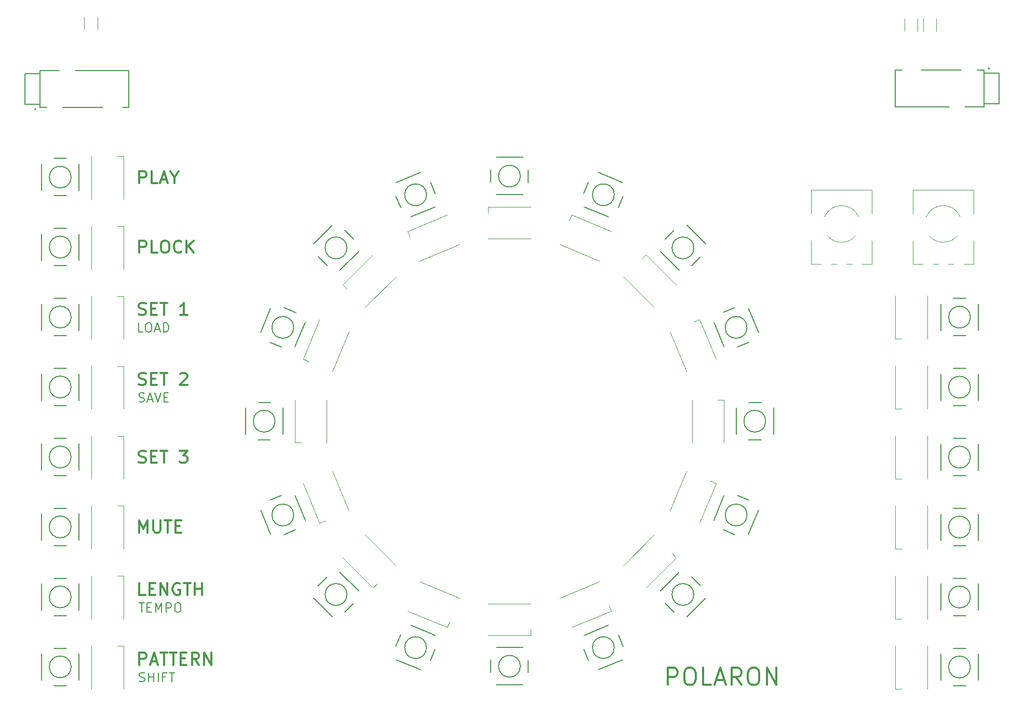
<source format=gto>
G04 #@! TF.FileFunction,Legend,Top*
%FSLAX46Y46*%
G04 Gerber Fmt 4.6, Leading zero omitted, Abs format (unit mm)*
G04 Created by KiCad (PCBNEW 4.0.6) date 2019 June 20, Thursday 16:13:16*
%MOMM*%
%LPD*%
G01*
G04 APERTURE LIST*
%ADD10C,0.100000*%
%ADD11C,0.150000*%
%ADD12C,0.300000*%
%ADD13C,0.120000*%
%ADD14C,0.127000*%
%ADD15C,0.200000*%
%ADD16C,0.203200*%
G04 APERTURE END LIST*
D10*
D11*
X85451914Y-146326943D02*
X85666200Y-146398371D01*
X86023343Y-146398371D01*
X86166200Y-146326943D01*
X86237629Y-146255514D01*
X86309057Y-146112657D01*
X86309057Y-145969800D01*
X86237629Y-145826943D01*
X86166200Y-145755514D01*
X86023343Y-145684086D01*
X85737629Y-145612657D01*
X85594771Y-145541229D01*
X85523343Y-145469800D01*
X85451914Y-145326943D01*
X85451914Y-145184086D01*
X85523343Y-145041229D01*
X85594771Y-144969800D01*
X85737629Y-144898371D01*
X86094771Y-144898371D01*
X86309057Y-144969800D01*
X86951914Y-146398371D02*
X86951914Y-144898371D01*
X86951914Y-145612657D02*
X87809057Y-145612657D01*
X87809057Y-146398371D02*
X87809057Y-144898371D01*
X88523343Y-146398371D02*
X88523343Y-144898371D01*
X89737629Y-145612657D02*
X89237629Y-145612657D01*
X89237629Y-146398371D02*
X89237629Y-144898371D01*
X89951915Y-144898371D01*
X90309057Y-144898371D02*
X91166200Y-144898371D01*
X90737629Y-146398371D02*
X90737629Y-144898371D01*
D12*
X85451890Y-143640062D02*
X85451890Y-141640062D01*
X86213795Y-141640062D01*
X86404271Y-141735300D01*
X86499510Y-141830538D01*
X86594748Y-142021014D01*
X86594748Y-142306729D01*
X86499510Y-142497205D01*
X86404271Y-142592443D01*
X86213795Y-142687681D01*
X85451890Y-142687681D01*
X87356652Y-143068633D02*
X88309033Y-143068633D01*
X87166176Y-143640062D02*
X87832843Y-141640062D01*
X88499510Y-143640062D01*
X88880462Y-141640062D02*
X90023319Y-141640062D01*
X89451891Y-143640062D02*
X89451891Y-141640062D01*
X90404272Y-141640062D02*
X91547129Y-141640062D01*
X90975701Y-143640062D02*
X90975701Y-141640062D01*
X92213796Y-142592443D02*
X92880463Y-142592443D01*
X93166177Y-143640062D02*
X92213796Y-143640062D01*
X92213796Y-141640062D01*
X93166177Y-141640062D01*
X95166178Y-143640062D02*
X94499511Y-142687681D01*
X94023320Y-143640062D02*
X94023320Y-141640062D01*
X94785225Y-141640062D01*
X94975701Y-141735300D01*
X95070940Y-141830538D01*
X95166178Y-142021014D01*
X95166178Y-142306729D01*
X95070940Y-142497205D01*
X94975701Y-142592443D01*
X94785225Y-142687681D01*
X94023320Y-142687681D01*
X96023320Y-143640062D02*
X96023320Y-141640062D01*
X97166178Y-143640062D01*
X97166178Y-141640062D01*
D11*
X85372557Y-133531871D02*
X86229700Y-133531871D01*
X85801129Y-135031871D02*
X85801129Y-133531871D01*
X86729700Y-134246157D02*
X87229700Y-134246157D01*
X87443986Y-135031871D02*
X86729700Y-135031871D01*
X86729700Y-133531871D01*
X87443986Y-133531871D01*
X88086843Y-135031871D02*
X88086843Y-133531871D01*
X88586843Y-134603300D01*
X89086843Y-133531871D01*
X89086843Y-135031871D01*
X89801129Y-135031871D02*
X89801129Y-133531871D01*
X90372557Y-133531871D01*
X90515415Y-133603300D01*
X90586843Y-133674729D01*
X90658272Y-133817586D01*
X90658272Y-134031871D01*
X90586843Y-134174729D01*
X90515415Y-134246157D01*
X90372557Y-134317586D01*
X89801129Y-134317586D01*
X91586843Y-133531871D02*
X91872557Y-133531871D01*
X92015415Y-133603300D01*
X92158272Y-133746157D01*
X92229700Y-134031871D01*
X92229700Y-134531871D01*
X92158272Y-134817586D01*
X92015415Y-134960443D01*
X91872557Y-135031871D01*
X91586843Y-135031871D01*
X91443986Y-134960443D01*
X91301129Y-134817586D01*
X91229700Y-134531871D01*
X91229700Y-134031871D01*
X91301129Y-133746157D01*
X91443986Y-133603300D01*
X91586843Y-133531871D01*
D12*
X86404271Y-132273562D02*
X85451890Y-132273562D01*
X85451890Y-130273562D01*
X87070938Y-131225943D02*
X87737605Y-131225943D01*
X88023319Y-132273562D02*
X87070938Y-132273562D01*
X87070938Y-130273562D01*
X88023319Y-130273562D01*
X88880462Y-132273562D02*
X88880462Y-130273562D01*
X90023320Y-132273562D01*
X90023320Y-130273562D01*
X92023320Y-130368800D02*
X91832843Y-130273562D01*
X91547129Y-130273562D01*
X91261415Y-130368800D01*
X91070939Y-130559276D01*
X90975700Y-130749752D01*
X90880462Y-131130705D01*
X90880462Y-131416419D01*
X90975700Y-131797371D01*
X91070939Y-131987848D01*
X91261415Y-132178324D01*
X91547129Y-132273562D01*
X91737605Y-132273562D01*
X92023320Y-132178324D01*
X92118558Y-132083086D01*
X92118558Y-131416419D01*
X91737605Y-131416419D01*
X92689986Y-130273562D02*
X93832843Y-130273562D01*
X93261415Y-132273562D02*
X93261415Y-130273562D01*
X94499510Y-132273562D02*
X94499510Y-130273562D01*
X94499510Y-131225943D02*
X95642368Y-131225943D01*
X95642368Y-132273562D02*
X95642368Y-130273562D01*
D11*
X85388414Y-100670443D02*
X85602700Y-100741871D01*
X85959843Y-100741871D01*
X86102700Y-100670443D01*
X86174129Y-100599014D01*
X86245557Y-100456157D01*
X86245557Y-100313300D01*
X86174129Y-100170443D01*
X86102700Y-100099014D01*
X85959843Y-100027586D01*
X85674129Y-99956157D01*
X85531271Y-99884729D01*
X85459843Y-99813300D01*
X85388414Y-99670443D01*
X85388414Y-99527586D01*
X85459843Y-99384729D01*
X85531271Y-99313300D01*
X85674129Y-99241871D01*
X86031271Y-99241871D01*
X86245557Y-99313300D01*
X86816985Y-100313300D02*
X87531271Y-100313300D01*
X86674128Y-100741871D02*
X87174128Y-99241871D01*
X87674128Y-100741871D01*
X87959842Y-99241871D02*
X88459842Y-100741871D01*
X88959842Y-99241871D01*
X89459842Y-99956157D02*
X89959842Y-99956157D01*
X90174128Y-100741871D02*
X89459842Y-100741871D01*
X89459842Y-99241871D01*
X90174128Y-99241871D01*
D12*
X85356652Y-97888324D02*
X85642367Y-97983562D01*
X86118557Y-97983562D01*
X86309033Y-97888324D01*
X86404271Y-97793086D01*
X86499510Y-97602610D01*
X86499510Y-97412133D01*
X86404271Y-97221657D01*
X86309033Y-97126419D01*
X86118557Y-97031181D01*
X85737605Y-96935943D01*
X85547129Y-96840705D01*
X85451890Y-96745467D01*
X85356652Y-96554990D01*
X85356652Y-96364514D01*
X85451890Y-96174038D01*
X85547129Y-96078800D01*
X85737605Y-95983562D01*
X86213795Y-95983562D01*
X86499510Y-96078800D01*
X87356652Y-96935943D02*
X88023319Y-96935943D01*
X88309033Y-97983562D02*
X87356652Y-97983562D01*
X87356652Y-95983562D01*
X88309033Y-95983562D01*
X88880462Y-95983562D02*
X90023319Y-95983562D01*
X89451891Y-97983562D02*
X89451891Y-95983562D01*
X92118558Y-96174038D02*
X92213796Y-96078800D01*
X92404273Y-95983562D01*
X92880463Y-95983562D01*
X93070939Y-96078800D01*
X93166177Y-96174038D01*
X93261416Y-96364514D01*
X93261416Y-96554990D01*
X93166177Y-96840705D01*
X92023320Y-97983562D01*
X93261416Y-97983562D01*
D11*
X86047129Y-89311871D02*
X85332843Y-89311871D01*
X85332843Y-87811871D01*
X86832843Y-87811871D02*
X87118557Y-87811871D01*
X87261415Y-87883300D01*
X87404272Y-88026157D01*
X87475700Y-88311871D01*
X87475700Y-88811871D01*
X87404272Y-89097586D01*
X87261415Y-89240443D01*
X87118557Y-89311871D01*
X86832843Y-89311871D01*
X86689986Y-89240443D01*
X86547129Y-89097586D01*
X86475700Y-88811871D01*
X86475700Y-88311871D01*
X86547129Y-88026157D01*
X86689986Y-87883300D01*
X86832843Y-87811871D01*
X88047129Y-88883300D02*
X88761415Y-88883300D01*
X87904272Y-89311871D02*
X88404272Y-87811871D01*
X88904272Y-89311871D01*
X89404272Y-89311871D02*
X89404272Y-87811871D01*
X89761415Y-87811871D01*
X89975700Y-87883300D01*
X90118558Y-88026157D01*
X90189986Y-88169014D01*
X90261415Y-88454729D01*
X90261415Y-88669014D01*
X90189986Y-88954729D01*
X90118558Y-89097586D01*
X89975700Y-89240443D01*
X89761415Y-89311871D01*
X89404272Y-89311871D01*
D12*
X85451890Y-65027062D02*
X85451890Y-63027062D01*
X86213795Y-63027062D01*
X86404271Y-63122300D01*
X86499510Y-63217538D01*
X86594748Y-63408014D01*
X86594748Y-63693729D01*
X86499510Y-63884205D01*
X86404271Y-63979443D01*
X86213795Y-64074681D01*
X85451890Y-64074681D01*
X88404271Y-65027062D02*
X87451890Y-65027062D01*
X87451890Y-63027062D01*
X88975700Y-64455633D02*
X89928081Y-64455633D01*
X88785224Y-65027062D02*
X89451891Y-63027062D01*
X90118558Y-65027062D01*
X91166177Y-64074681D02*
X91166177Y-65027062D01*
X90499510Y-63027062D02*
X91166177Y-64074681D01*
X91832844Y-63027062D01*
X85451890Y-76393562D02*
X85451890Y-74393562D01*
X86213795Y-74393562D01*
X86404271Y-74488800D01*
X86499510Y-74584038D01*
X86594748Y-74774514D01*
X86594748Y-75060229D01*
X86499510Y-75250705D01*
X86404271Y-75345943D01*
X86213795Y-75441181D01*
X85451890Y-75441181D01*
X88404271Y-76393562D02*
X87451890Y-76393562D01*
X87451890Y-74393562D01*
X89451891Y-74393562D02*
X89832843Y-74393562D01*
X90023319Y-74488800D01*
X90213796Y-74679276D01*
X90309034Y-75060229D01*
X90309034Y-75726895D01*
X90213796Y-76107848D01*
X90023319Y-76298324D01*
X89832843Y-76393562D01*
X89451891Y-76393562D01*
X89261415Y-76298324D01*
X89070938Y-76107848D01*
X88975700Y-75726895D01*
X88975700Y-75060229D01*
X89070938Y-74679276D01*
X89261415Y-74488800D01*
X89451891Y-74393562D01*
X92309034Y-76203086D02*
X92213796Y-76298324D01*
X91928081Y-76393562D01*
X91737605Y-76393562D01*
X91451891Y-76298324D01*
X91261415Y-76107848D01*
X91166176Y-75917371D01*
X91070938Y-75536419D01*
X91070938Y-75250705D01*
X91166176Y-74869752D01*
X91261415Y-74679276D01*
X91451891Y-74488800D01*
X91737605Y-74393562D01*
X91928081Y-74393562D01*
X92213796Y-74488800D01*
X92309034Y-74584038D01*
X93166176Y-76393562D02*
X93166176Y-74393562D01*
X94309034Y-76393562D02*
X93451891Y-75250705D01*
X94309034Y-74393562D02*
X93166176Y-75536419D01*
X85356652Y-86458324D02*
X85642367Y-86553562D01*
X86118557Y-86553562D01*
X86309033Y-86458324D01*
X86404271Y-86363086D01*
X86499510Y-86172610D01*
X86499510Y-85982133D01*
X86404271Y-85791657D01*
X86309033Y-85696419D01*
X86118557Y-85601181D01*
X85737605Y-85505943D01*
X85547129Y-85410705D01*
X85451890Y-85315467D01*
X85356652Y-85124990D01*
X85356652Y-84934514D01*
X85451890Y-84744038D01*
X85547129Y-84648800D01*
X85737605Y-84553562D01*
X86213795Y-84553562D01*
X86499510Y-84648800D01*
X87356652Y-85505943D02*
X88023319Y-85505943D01*
X88309033Y-86553562D02*
X87356652Y-86553562D01*
X87356652Y-84553562D01*
X88309033Y-84553562D01*
X88880462Y-84553562D02*
X90023319Y-84553562D01*
X89451891Y-86553562D02*
X89451891Y-84553562D01*
X93261416Y-86553562D02*
X92118558Y-86553562D01*
X92689987Y-86553562D02*
X92689987Y-84553562D01*
X92499511Y-84839276D01*
X92309035Y-85029752D01*
X92118558Y-85124990D01*
X85356652Y-110588324D02*
X85642367Y-110683562D01*
X86118557Y-110683562D01*
X86309033Y-110588324D01*
X86404271Y-110493086D01*
X86499510Y-110302610D01*
X86499510Y-110112133D01*
X86404271Y-109921657D01*
X86309033Y-109826419D01*
X86118557Y-109731181D01*
X85737605Y-109635943D01*
X85547129Y-109540705D01*
X85451890Y-109445467D01*
X85356652Y-109254990D01*
X85356652Y-109064514D01*
X85451890Y-108874038D01*
X85547129Y-108778800D01*
X85737605Y-108683562D01*
X86213795Y-108683562D01*
X86499510Y-108778800D01*
X87356652Y-109635943D02*
X88023319Y-109635943D01*
X88309033Y-110683562D02*
X87356652Y-110683562D01*
X87356652Y-108683562D01*
X88309033Y-108683562D01*
X88880462Y-108683562D02*
X90023319Y-108683562D01*
X89451891Y-110683562D02*
X89451891Y-108683562D01*
X92023320Y-108683562D02*
X93261416Y-108683562D01*
X92594749Y-109445467D01*
X92880463Y-109445467D01*
X93070939Y-109540705D01*
X93166177Y-109635943D01*
X93261416Y-109826419D01*
X93261416Y-110302610D01*
X93166177Y-110493086D01*
X93070939Y-110588324D01*
X92880463Y-110683562D01*
X92309035Y-110683562D01*
X92118558Y-110588324D01*
X92023320Y-110493086D01*
X85451890Y-122050062D02*
X85451890Y-120050062D01*
X86118557Y-121478633D01*
X86785224Y-120050062D01*
X86785224Y-122050062D01*
X87737604Y-120050062D02*
X87737604Y-121669110D01*
X87832843Y-121859586D01*
X87928081Y-121954824D01*
X88118557Y-122050062D01*
X88499509Y-122050062D01*
X88689985Y-121954824D01*
X88785224Y-121859586D01*
X88880462Y-121669110D01*
X88880462Y-120050062D01*
X89547128Y-120050062D02*
X90689985Y-120050062D01*
X90118557Y-122050062D02*
X90118557Y-120050062D01*
X91356652Y-121002443D02*
X92023319Y-121002443D01*
X92309033Y-122050062D02*
X91356652Y-122050062D01*
X91356652Y-120050062D01*
X92309033Y-120050062D01*
X171613034Y-146922967D02*
X171613034Y-144122967D01*
X172679700Y-144122967D01*
X172946367Y-144256300D01*
X173079700Y-144389633D01*
X173213034Y-144656300D01*
X173213034Y-145056300D01*
X173079700Y-145322967D01*
X172946367Y-145456300D01*
X172679700Y-145589633D01*
X171613034Y-145589633D01*
X174946367Y-144122967D02*
X175479700Y-144122967D01*
X175746367Y-144256300D01*
X176013034Y-144522967D01*
X176146367Y-145056300D01*
X176146367Y-145989633D01*
X176013034Y-146522967D01*
X175746367Y-146789633D01*
X175479700Y-146922967D01*
X174946367Y-146922967D01*
X174679700Y-146789633D01*
X174413034Y-146522967D01*
X174279700Y-145989633D01*
X174279700Y-145056300D01*
X174413034Y-144522967D01*
X174679700Y-144256300D01*
X174946367Y-144122967D01*
X178679700Y-146922967D02*
X177346367Y-146922967D01*
X177346367Y-144122967D01*
X179479700Y-146122967D02*
X180813034Y-146122967D01*
X179213034Y-146922967D02*
X180146367Y-144122967D01*
X181079700Y-146922967D01*
X183613034Y-146922967D02*
X182679700Y-145589633D01*
X182013034Y-146922967D02*
X182013034Y-144122967D01*
X183079700Y-144122967D01*
X183346367Y-144256300D01*
X183479700Y-144389633D01*
X183613034Y-144656300D01*
X183613034Y-145056300D01*
X183479700Y-145322967D01*
X183346367Y-145456300D01*
X183079700Y-145589633D01*
X182013034Y-145589633D01*
X185346367Y-144122967D02*
X185879700Y-144122967D01*
X186146367Y-144256300D01*
X186413034Y-144522967D01*
X186546367Y-145056300D01*
X186546367Y-145989633D01*
X186413034Y-146522967D01*
X186146367Y-146789633D01*
X185879700Y-146922967D01*
X185346367Y-146922967D01*
X185079700Y-146789633D01*
X184813034Y-146522967D01*
X184679700Y-145989633D01*
X184679700Y-145056300D01*
X184813034Y-144522967D01*
X185079700Y-144256300D01*
X185346367Y-144122967D01*
X187746367Y-146922967D02*
X187746367Y-144122967D01*
X189346367Y-146922967D01*
X189346367Y-144122967D01*
D13*
X197188268Y-70499818D02*
G75*
G02X202712700Y-70498800I2762432J-1171982D01*
G01*
X202248453Y-73600095D02*
G75*
G02X197652700Y-73599800I-2297753J1928295D01*
G01*
X194989700Y-78231800D02*
X194989700Y-74365800D01*
X194989700Y-69976800D02*
X194989700Y-66111800D01*
X204910700Y-78231800D02*
X204910700Y-74365800D01*
X204910700Y-69976800D02*
X204910700Y-66111800D01*
X194989700Y-78231800D02*
X196625700Y-78231800D01*
X198275700Y-78231800D02*
X199125700Y-78231800D01*
X200775700Y-78231800D02*
X201625700Y-78231800D01*
X203275700Y-78231800D02*
X204910700Y-78231800D01*
X194989700Y-66111800D02*
X204910700Y-66111800D01*
X213761768Y-70499818D02*
G75*
G02X219286200Y-70498800I2762432J-1171982D01*
G01*
X218821953Y-73600095D02*
G75*
G02X214226200Y-73599800I-2297753J1928295D01*
G01*
X211563200Y-78231800D02*
X211563200Y-74365800D01*
X211563200Y-69976800D02*
X211563200Y-66111800D01*
X221484200Y-78231800D02*
X221484200Y-74365800D01*
X221484200Y-69976800D02*
X221484200Y-66111800D01*
X211563200Y-78231800D02*
X213199200Y-78231800D01*
X214849200Y-78231800D02*
X215699200Y-78231800D01*
X217349200Y-78231800D02*
X218199200Y-78231800D01*
X219849200Y-78231800D02*
X221484200Y-78231800D01*
X211563200Y-66111800D02*
X221484200Y-66111800D01*
D14*
X223159200Y-46580800D02*
X223159200Y-47080800D01*
X223159200Y-47080800D02*
X223159200Y-52080800D01*
X223159200Y-52080800D02*
X223159200Y-52580800D01*
X223159200Y-52580800D02*
X220059200Y-52580800D01*
X217459200Y-52580800D02*
X208659200Y-52580800D01*
X208659200Y-52580800D02*
X208659200Y-46580800D01*
X223159200Y-46580800D02*
X222059200Y-46580800D01*
X219459200Y-46580800D02*
X212959200Y-46580800D01*
D15*
X224059200Y-46280800D02*
G75*
G03X224059200Y-46280800I-100000J0D01*
G01*
D14*
X209759200Y-46580800D02*
X208659200Y-46580800D01*
X223159200Y-52080800D02*
X225659200Y-52080800D01*
X225659200Y-52080800D02*
X225659200Y-47080800D01*
X225659200Y-47080800D02*
X223159200Y-47080800D01*
D13*
X122263486Y-122448367D02*
X127213233Y-127398114D01*
X118586531Y-126125322D02*
X123536278Y-131075069D01*
X123536278Y-131075069D02*
X124243385Y-130367963D01*
X77664000Y-147549600D02*
X77664000Y-140549600D01*
X82864000Y-147549600D02*
X82864000Y-140549600D01*
X82864000Y-140549600D02*
X81864000Y-140549600D01*
X77664000Y-136129600D02*
X77664000Y-129129600D01*
X82864000Y-136129600D02*
X82864000Y-129129600D01*
X82864000Y-129129600D02*
X81864000Y-129129600D01*
X77664000Y-124709600D02*
X77664000Y-117709600D01*
X82864000Y-124709600D02*
X82864000Y-117709600D01*
X82864000Y-117709600D02*
X81864000Y-117709600D01*
X77664000Y-113289600D02*
X77664000Y-106289600D01*
X82864000Y-113289600D02*
X82864000Y-106289600D01*
X82864000Y-106289600D02*
X81864000Y-106289600D01*
X77664000Y-101869600D02*
X77664000Y-94869600D01*
X82864000Y-101869600D02*
X82864000Y-94869600D01*
X82864000Y-94869600D02*
X81864000Y-94869600D01*
X77664000Y-90449600D02*
X77664000Y-83449600D01*
X82864000Y-90449600D02*
X82864000Y-83449600D01*
X82864000Y-83449600D02*
X81864000Y-83449600D01*
X77664000Y-79029600D02*
X77664000Y-72029600D01*
X82864000Y-79029600D02*
X82864000Y-72029600D01*
X82864000Y-72029600D02*
X81864000Y-72029600D01*
X77664000Y-67609600D02*
X77664000Y-60609600D01*
X82864000Y-67609600D02*
X82864000Y-60609600D01*
X82864000Y-60609600D02*
X81864000Y-60609600D01*
X213928000Y-140518800D02*
X213928000Y-147518800D01*
X208728000Y-140518800D02*
X208728000Y-147518800D01*
X208728000Y-147518800D02*
X209728000Y-147518800D01*
X213928000Y-129098800D02*
X213928000Y-136098800D01*
X208728000Y-129098800D02*
X208728000Y-136098800D01*
X208728000Y-136098800D02*
X209728000Y-136098800D01*
X213928000Y-117678800D02*
X213928000Y-124678800D01*
X208728000Y-117678800D02*
X208728000Y-124678800D01*
X208728000Y-124678800D02*
X209728000Y-124678800D01*
X213928000Y-106258800D02*
X213928000Y-113258800D01*
X208728000Y-106258800D02*
X208728000Y-113258800D01*
X208728000Y-113258800D02*
X209728000Y-113258800D01*
X213928000Y-94838800D02*
X213928000Y-101838800D01*
X208728000Y-94838800D02*
X208728000Y-101838800D01*
X208728000Y-101838800D02*
X209728000Y-101838800D01*
X213928000Y-83418800D02*
X213928000Y-90418800D01*
X208728000Y-83418800D02*
X208728000Y-90418800D01*
X208728000Y-90418800D02*
X209728000Y-90418800D01*
X142296000Y-133645600D02*
X149296000Y-133645600D01*
X142296000Y-138845600D02*
X149296000Y-138845600D01*
X149296000Y-138845600D02*
X149296000Y-137845600D01*
X153958735Y-132718124D02*
X160425891Y-130039340D01*
X155948689Y-137522298D02*
X162415845Y-134843514D01*
X162415845Y-134843514D02*
X162033162Y-133919634D01*
X164378767Y-127398114D02*
X169328514Y-122448367D01*
X168055722Y-131075069D02*
X173005469Y-126125322D01*
X173005469Y-126125322D02*
X172298363Y-125418215D01*
X171969740Y-118495491D02*
X174648524Y-112028335D01*
X176773914Y-120485445D02*
X179452698Y-114018289D01*
X179452698Y-114018289D02*
X178528818Y-113635605D01*
X175576000Y-107365600D02*
X175576000Y-100365600D01*
X180776000Y-107365600D02*
X180776000Y-100365600D01*
X180776000Y-100365600D02*
X179776000Y-100365600D01*
X174648524Y-95702865D02*
X171969740Y-89235709D01*
X179452698Y-93712911D02*
X176773914Y-87245755D01*
X176773914Y-87245755D02*
X175850034Y-87628438D01*
X169328514Y-85282833D02*
X164378767Y-80333086D01*
X173005469Y-81605878D02*
X168055722Y-76656131D01*
X168055722Y-76656131D02*
X167348615Y-77363237D01*
X160425891Y-77691860D02*
X153958735Y-75013076D01*
X162415845Y-72887686D02*
X155948689Y-70208902D01*
X155948689Y-70208902D02*
X155566005Y-71132782D01*
X149296000Y-74085600D02*
X142296000Y-74085600D01*
X149296000Y-68885600D02*
X142296000Y-68885600D01*
X142296000Y-68885600D02*
X142296000Y-69885600D01*
X137633265Y-75013076D02*
X131166109Y-77691860D01*
X135643311Y-70208902D02*
X129176155Y-72887686D01*
X129176155Y-72887686D02*
X129558838Y-73811566D01*
X127213233Y-80333086D02*
X122263486Y-85282833D01*
X123536278Y-76656131D02*
X118586531Y-81605878D01*
X118586531Y-81605878D02*
X119293637Y-82312985D01*
X119622260Y-89235709D02*
X116943476Y-95702865D01*
X114818086Y-87245755D02*
X112139302Y-93712911D01*
X112139302Y-93712911D02*
X113063182Y-94095595D01*
X116016000Y-100365600D02*
X116016000Y-107365600D01*
X110816000Y-100365600D02*
X110816000Y-107365600D01*
X110816000Y-107365600D02*
X111816000Y-107365600D01*
X116943476Y-112028335D02*
X119622260Y-118495491D01*
X112139302Y-114018289D02*
X114818086Y-120485445D01*
X114818086Y-120485445D02*
X115741966Y-120102762D01*
X131166109Y-130039340D02*
X137633265Y-132718124D01*
X129176155Y-134843514D02*
X135643311Y-137522298D01*
X135643311Y-137522298D02*
X136025995Y-136598418D01*
D16*
X147955000Y-140817600D02*
X143637000Y-140817600D01*
X143637000Y-146913600D02*
X147955000Y-146913600D01*
X148844000Y-142869920D02*
X148844000Y-144881600D01*
X142748000Y-142839440D02*
X142748000Y-144881600D01*
X147574000Y-143865600D02*
G75*
G03X147574000Y-143865600I-1778000J0D01*
G01*
X161931574Y-137178583D02*
X157942262Y-138831010D01*
X160275100Y-144462979D02*
X164264412Y-142810552D01*
X163538292Y-138734474D02*
X164308128Y-140593024D01*
X157894658Y-141039152D02*
X158676159Y-142925862D01*
X162881337Y-140820781D02*
G75*
G03X162881337Y-140820781I-1778000J0D01*
G01*
X173451653Y-128467966D02*
X170398366Y-131521253D01*
X174708889Y-135831776D02*
X177762176Y-132778489D01*
X175531480Y-129290557D02*
X176953953Y-130713030D01*
X171199405Y-133579528D02*
X172643430Y-135023553D01*
X175858271Y-132149871D02*
G75*
G03X175858271Y-132149871I-1778000J0D01*
G01*
X180761410Y-116011862D02*
X179108983Y-120001174D01*
X184740952Y-122334012D02*
X186393379Y-118344700D01*
X182997712Y-115975922D02*
X184856262Y-116745759D01*
X180636714Y-121596227D02*
X182523424Y-122377728D01*
X184529181Y-119172937D02*
G75*
G03X184529181Y-119172937I-1778000J0D01*
G01*
X182748000Y-101706600D02*
X182748000Y-106024600D01*
X188844000Y-106024600D02*
X188844000Y-101706600D01*
X184800320Y-100817600D02*
X186812000Y-100817600D01*
X184769840Y-106913600D02*
X186812000Y-106913600D01*
X187574000Y-103865600D02*
G75*
G03X187574000Y-103865600I-1778000J0D01*
G01*
X179108983Y-87730026D02*
X180761410Y-91719338D01*
X186393379Y-89386500D02*
X184740952Y-85397188D01*
X180664874Y-86123308D02*
X182523424Y-85353472D01*
X182969552Y-91766942D02*
X184856262Y-90985441D01*
X184529181Y-88558263D02*
G75*
G03X184529181Y-88558263I-1778000J0D01*
G01*
X170398366Y-76209947D02*
X173451653Y-79263234D01*
X177762176Y-74952711D02*
X174708889Y-71899424D01*
X171220957Y-74130120D02*
X172643430Y-72707647D01*
X175509928Y-78462195D02*
X176953953Y-77018170D01*
X175858271Y-75581329D02*
G75*
G03X175858271Y-75581329I-1778000J0D01*
G01*
X157942262Y-68900190D02*
X161931574Y-70552617D01*
X164264412Y-64920648D02*
X160275100Y-63268221D01*
X157906322Y-66663888D02*
X158676159Y-64805338D01*
X163526627Y-69024886D02*
X164308128Y-67138176D01*
X162881337Y-66910419D02*
G75*
G03X162881337Y-66910419I-1778000J0D01*
G01*
X143637000Y-66913600D02*
X147955000Y-66913600D01*
X147955000Y-60817600D02*
X143637000Y-60817600D01*
X142748000Y-64861280D02*
X142748000Y-62849600D01*
X148844000Y-64891760D02*
X148844000Y-62849600D01*
X147574000Y-63865600D02*
G75*
G03X147574000Y-63865600I-1778000J0D01*
G01*
X129660426Y-70552617D02*
X133649738Y-68900190D01*
X131316900Y-63268221D02*
X127327588Y-64920648D01*
X128053708Y-68996726D02*
X127283872Y-67138176D01*
X133697342Y-66692048D02*
X132915841Y-64805338D01*
X132266663Y-66910419D02*
G75*
G03X132266663Y-66910419I-1778000J0D01*
G01*
X118140347Y-79263234D02*
X121193634Y-76209947D01*
X116883111Y-71899424D02*
X113829824Y-74952711D01*
X116060520Y-78440643D02*
X114638047Y-77018170D01*
X120392595Y-74151672D02*
X118948570Y-72707647D01*
X119289729Y-75581329D02*
G75*
G03X119289729Y-75581329I-1778000J0D01*
G01*
X110830590Y-91719338D02*
X112483017Y-87730026D01*
X106851048Y-85397188D02*
X105198621Y-89386500D01*
X108594288Y-91755278D02*
X106735738Y-90985441D01*
X110955286Y-86134973D02*
X109068576Y-85353472D01*
X110618819Y-88558263D02*
G75*
G03X110618819Y-88558263I-1778000J0D01*
G01*
X108844000Y-106024600D02*
X108844000Y-101706600D01*
X102748000Y-101706600D02*
X102748000Y-106024600D01*
X106791680Y-106913600D02*
X104780000Y-106913600D01*
X106822160Y-100817600D02*
X104780000Y-100817600D01*
X107574000Y-103865600D02*
G75*
G03X107574000Y-103865600I-1778000J0D01*
G01*
X112483017Y-120001174D02*
X110830590Y-116011862D01*
X105198621Y-118344700D02*
X106851048Y-122334012D01*
X110927126Y-121607892D02*
X109068576Y-122377728D01*
X108622448Y-115964258D02*
X106735738Y-116745759D01*
X110618819Y-119172937D02*
G75*
G03X110618819Y-119172937I-1778000J0D01*
G01*
X121193634Y-131521253D02*
X118140347Y-128467966D01*
X113829824Y-132778489D02*
X116883111Y-135831776D01*
X120371043Y-133601080D02*
X118948570Y-135023553D01*
X116082072Y-129269005D02*
X114638047Y-130713030D01*
X119289729Y-132149871D02*
G75*
G03X119289729Y-132149871I-1778000J0D01*
G01*
X133649738Y-138831010D02*
X129660426Y-137178583D01*
X127327588Y-142810552D02*
X131316900Y-144462979D01*
X133685678Y-141067312D02*
X132915841Y-142925862D01*
X128065373Y-138706314D02*
X127283872Y-140593024D01*
X132266663Y-140820781D02*
G75*
G03X132266663Y-140820781I-1778000J0D01*
G01*
X75595480Y-66187320D02*
X75595480Y-61869320D01*
X69499480Y-61869320D02*
X69499480Y-66187320D01*
X73543160Y-67076320D02*
X71531480Y-67076320D01*
X73573640Y-60980320D02*
X71531480Y-60980320D01*
X74325480Y-64028320D02*
G75*
G03X74325480Y-64028320I-1778000J0D01*
G01*
X75595480Y-77607320D02*
X75595480Y-73289320D01*
X69499480Y-73289320D02*
X69499480Y-77607320D01*
X73543160Y-78496320D02*
X71531480Y-78496320D01*
X73573640Y-72400320D02*
X71531480Y-72400320D01*
X74325480Y-75448320D02*
G75*
G03X74325480Y-75448320I-1778000J0D01*
G01*
X75595480Y-89027320D02*
X75595480Y-84709320D01*
X69499480Y-84709320D02*
X69499480Y-89027320D01*
X73543160Y-89916320D02*
X71531480Y-89916320D01*
X73573640Y-83820320D02*
X71531480Y-83820320D01*
X74325480Y-86868320D02*
G75*
G03X74325480Y-86868320I-1778000J0D01*
G01*
X75595480Y-100447320D02*
X75595480Y-96129320D01*
X69499480Y-96129320D02*
X69499480Y-100447320D01*
X73543160Y-101336320D02*
X71531480Y-101336320D01*
X73573640Y-95240320D02*
X71531480Y-95240320D01*
X74325480Y-98288320D02*
G75*
G03X74325480Y-98288320I-1778000J0D01*
G01*
X75595480Y-111867320D02*
X75595480Y-107549320D01*
X69499480Y-107549320D02*
X69499480Y-111867320D01*
X73543160Y-112756320D02*
X71531480Y-112756320D01*
X73573640Y-106660320D02*
X71531480Y-106660320D01*
X74325480Y-109708320D02*
G75*
G03X74325480Y-109708320I-1778000J0D01*
G01*
X75595480Y-123287320D02*
X75595480Y-118969320D01*
X69499480Y-118969320D02*
X69499480Y-123287320D01*
X73543160Y-124176320D02*
X71531480Y-124176320D01*
X73573640Y-118080320D02*
X71531480Y-118080320D01*
X74325480Y-121128320D02*
G75*
G03X74325480Y-121128320I-1778000J0D01*
G01*
X75595480Y-134707320D02*
X75595480Y-130389320D01*
X69499480Y-130389320D02*
X69499480Y-134707320D01*
X73543160Y-135596320D02*
X71531480Y-135596320D01*
X73573640Y-129500320D02*
X71531480Y-129500320D01*
X74325480Y-132548320D02*
G75*
G03X74325480Y-132548320I-1778000J0D01*
G01*
X75595480Y-146127320D02*
X75595480Y-141809320D01*
X69499480Y-141809320D02*
X69499480Y-146127320D01*
X73543160Y-147016320D02*
X71531480Y-147016320D01*
X73573640Y-140920320D02*
X71531480Y-140920320D01*
X74325480Y-143968320D02*
G75*
G03X74325480Y-143968320I-1778000J0D01*
G01*
X216123520Y-84729320D02*
X216123520Y-89047320D01*
X222219520Y-89047320D02*
X222219520Y-84729320D01*
X218175840Y-83840320D02*
X220187520Y-83840320D01*
X218145360Y-89936320D02*
X220187520Y-89936320D01*
X220949520Y-86888320D02*
G75*
G03X220949520Y-86888320I-1778000J0D01*
G01*
X216123520Y-96149320D02*
X216123520Y-100467320D01*
X222219520Y-100467320D02*
X222219520Y-96149320D01*
X218175840Y-95260320D02*
X220187520Y-95260320D01*
X218145360Y-101356320D02*
X220187520Y-101356320D01*
X220949520Y-98308320D02*
G75*
G03X220949520Y-98308320I-1778000J0D01*
G01*
X216123520Y-107569320D02*
X216123520Y-111887320D01*
X222219520Y-111887320D02*
X222219520Y-107569320D01*
X218175840Y-106680320D02*
X220187520Y-106680320D01*
X218145360Y-112776320D02*
X220187520Y-112776320D01*
X220949520Y-109728320D02*
G75*
G03X220949520Y-109728320I-1778000J0D01*
G01*
X216123520Y-118989320D02*
X216123520Y-123307320D01*
X222219520Y-123307320D02*
X222219520Y-118989320D01*
X218175840Y-118100320D02*
X220187520Y-118100320D01*
X218145360Y-124196320D02*
X220187520Y-124196320D01*
X220949520Y-121148320D02*
G75*
G03X220949520Y-121148320I-1778000J0D01*
G01*
X216123520Y-130409320D02*
X216123520Y-134727320D01*
X222219520Y-134727320D02*
X222219520Y-130409320D01*
X218175840Y-129520320D02*
X220187520Y-129520320D01*
X218145360Y-135616320D02*
X220187520Y-135616320D01*
X220949520Y-132568320D02*
G75*
G03X220949520Y-132568320I-1778000J0D01*
G01*
X216123520Y-141829320D02*
X216123520Y-146147320D01*
X222219520Y-146147320D02*
X222219520Y-141829320D01*
X218175840Y-140940320D02*
X220187520Y-140940320D01*
X218145360Y-147036320D02*
X220187520Y-147036320D01*
X220949520Y-143988320D02*
G75*
G03X220949520Y-143988320I-1778000J0D01*
G01*
D13*
X215345200Y-40166800D02*
X215345200Y-38166800D01*
X213305200Y-38166800D02*
X213305200Y-40166800D01*
X212297200Y-40166800D02*
X212297200Y-38166800D01*
X210257200Y-38166800D02*
X210257200Y-40166800D01*
D14*
X69268700Y-52644300D02*
X69268700Y-52144300D01*
X69268700Y-52144300D02*
X69268700Y-47144300D01*
X69268700Y-47144300D02*
X69268700Y-46644300D01*
X69268700Y-46644300D02*
X72368700Y-46644300D01*
X74968700Y-46644300D02*
X83768700Y-46644300D01*
X83768700Y-46644300D02*
X83768700Y-52644300D01*
X69268700Y-52644300D02*
X70368700Y-52644300D01*
X72968700Y-52644300D02*
X79468700Y-52644300D01*
D15*
X68568700Y-52944300D02*
G75*
G03X68568700Y-52944300I-100000J0D01*
G01*
D14*
X82668700Y-52644300D02*
X83768700Y-52644300D01*
X69268700Y-47144300D02*
X66768700Y-47144300D01*
X66768700Y-47144300D02*
X66768700Y-52144300D01*
X66768700Y-52144300D02*
X69268700Y-52144300D01*
D13*
X76476200Y-39944800D02*
X76476200Y-37944800D01*
X78616200Y-37944800D02*
X78616200Y-39944800D01*
M02*

</source>
